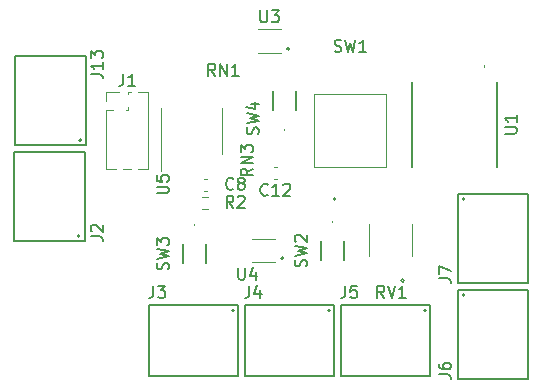
<source format=gbr>
%TF.GenerationSoftware,KiCad,Pcbnew,(6.0.11)*%
%TF.CreationDate,2024-05-16T18:38:15+09:00*%
%TF.ProjectId,active-marker-pcb,61637469-7665-42d6-9d61-726b65722d70,rev?*%
%TF.SameCoordinates,Original*%
%TF.FileFunction,Legend,Top*%
%TF.FilePolarity,Positive*%
%FSLAX46Y46*%
G04 Gerber Fmt 4.6, Leading zero omitted, Abs format (unit mm)*
G04 Created by KiCad (PCBNEW (6.0.11)) date 2024-05-16 18:38:15*
%MOMM*%
%LPD*%
G01*
G04 APERTURE LIST*
%ADD10C,0.150000*%
%ADD11C,0.127000*%
%ADD12C,0.200000*%
%ADD13C,0.100000*%
%ADD14C,0.120000*%
G04 APERTURE END LIST*
D10*
%TO.C,J3*%
X112441824Y-111718996D02*
X112441824Y-112435088D01*
X112394084Y-112578306D01*
X112298605Y-112673785D01*
X112155387Y-112721524D01*
X112059908Y-112721524D01*
X112823739Y-111718996D02*
X113444352Y-111718996D01*
X113110176Y-112100912D01*
X113253394Y-112100912D01*
X113348873Y-112148651D01*
X113396612Y-112196390D01*
X113444352Y-112291869D01*
X113444352Y-112530566D01*
X113396612Y-112626045D01*
X113348873Y-112673785D01*
X113253394Y-112721524D01*
X112966957Y-112721524D01*
X112871478Y-112673785D01*
X112823739Y-112626045D01*
%TO.C,J13*%
X107146996Y-93775570D02*
X107863088Y-93775570D01*
X108006306Y-93823309D01*
X108101785Y-93918788D01*
X108149524Y-94062006D01*
X108149524Y-94157485D01*
X108149524Y-92773042D02*
X108149524Y-93345915D01*
X108149524Y-93059478D02*
X107146996Y-93059478D01*
X107290214Y-93154957D01*
X107385693Y-93250436D01*
X107433433Y-93345915D01*
X107146996Y-92438866D02*
X107146996Y-91818253D01*
X107528912Y-92152429D01*
X107528912Y-92009211D01*
X107576651Y-91913732D01*
X107624390Y-91865993D01*
X107719869Y-91818253D01*
X107958566Y-91818253D01*
X108054045Y-91865993D01*
X108101785Y-91913732D01*
X108149524Y-92009211D01*
X108149524Y-92295648D01*
X108101785Y-92391126D01*
X108054045Y-92438866D01*
%TO.C,J2*%
X107146996Y-107522176D02*
X107863088Y-107522176D01*
X108006306Y-107569915D01*
X108101785Y-107665394D01*
X108149524Y-107808612D01*
X108149524Y-107904091D01*
X107242475Y-107092521D02*
X107194736Y-107044781D01*
X107146996Y-106949302D01*
X107146996Y-106710605D01*
X107194736Y-106615126D01*
X107242475Y-106567387D01*
X107337954Y-106519648D01*
X107433433Y-106519648D01*
X107576651Y-106567387D01*
X108149524Y-107140260D01*
X108149524Y-106519648D01*
%TO.C,J7*%
X136610996Y-111078176D02*
X137327088Y-111078176D01*
X137470306Y-111125915D01*
X137565785Y-111221394D01*
X137613524Y-111364612D01*
X137613524Y-111460091D01*
X136610996Y-110696260D02*
X136610996Y-110027908D01*
X137613524Y-110457563D01*
%TO.C,J5*%
X128697824Y-111718996D02*
X128697824Y-112435088D01*
X128650084Y-112578306D01*
X128554605Y-112673785D01*
X128411387Y-112721524D01*
X128315908Y-112721524D01*
X129652612Y-111718996D02*
X129175218Y-111718996D01*
X129127478Y-112196390D01*
X129175218Y-112148651D01*
X129270697Y-112100912D01*
X129509394Y-112100912D01*
X129604873Y-112148651D01*
X129652612Y-112196390D01*
X129700352Y-112291869D01*
X129700352Y-112530566D01*
X129652612Y-112626045D01*
X129604873Y-112673785D01*
X129509394Y-112721524D01*
X129270697Y-112721524D01*
X129175218Y-112673785D01*
X129127478Y-112626045D01*
%TO.C,J6*%
X136610996Y-119206176D02*
X137327088Y-119206176D01*
X137470306Y-119253915D01*
X137565785Y-119349394D01*
X137613524Y-119492612D01*
X137613524Y-119588091D01*
X136610996Y-118299126D02*
X136610996Y-118490084D01*
X136658736Y-118585563D01*
X136706475Y-118633302D01*
X136849693Y-118728781D01*
X137040651Y-118776521D01*
X137422566Y-118776521D01*
X137518045Y-118728781D01*
X137565785Y-118681042D01*
X137613524Y-118585563D01*
X137613524Y-118394605D01*
X137565785Y-118299126D01*
X137518045Y-118251387D01*
X137422566Y-118203648D01*
X137183869Y-118203648D01*
X137088390Y-118251387D01*
X137040651Y-118299126D01*
X136992912Y-118394605D01*
X136992912Y-118585563D01*
X137040651Y-118681042D01*
X137088390Y-118728781D01*
X137183869Y-118776521D01*
%TO.C,J4*%
X120569824Y-111718996D02*
X120569824Y-112435088D01*
X120522084Y-112578306D01*
X120426605Y-112673785D01*
X120283387Y-112721524D01*
X120187908Y-112721524D01*
X121476873Y-112053172D02*
X121476873Y-112721524D01*
X121238176Y-111671257D02*
X120999478Y-112387348D01*
X121620091Y-112387348D01*
%TO.C,SW2*%
X125372761Y-110069333D02*
X125420380Y-109926476D01*
X125420380Y-109688380D01*
X125372761Y-109593142D01*
X125325142Y-109545523D01*
X125229904Y-109497904D01*
X125134666Y-109497904D01*
X125039428Y-109545523D01*
X124991809Y-109593142D01*
X124944190Y-109688380D01*
X124896571Y-109878857D01*
X124848952Y-109974095D01*
X124801333Y-110021714D01*
X124706095Y-110069333D01*
X124610857Y-110069333D01*
X124515619Y-110021714D01*
X124468000Y-109974095D01*
X124420380Y-109878857D01*
X124420380Y-109640761D01*
X124468000Y-109497904D01*
X124420380Y-109164571D02*
X125420380Y-108926476D01*
X124706095Y-108736000D01*
X125420380Y-108545523D01*
X124420380Y-108307428D01*
X124515619Y-107974095D02*
X124468000Y-107926476D01*
X124420380Y-107831238D01*
X124420380Y-107593142D01*
X124468000Y-107497904D01*
X124515619Y-107450285D01*
X124610857Y-107402666D01*
X124706095Y-107402666D01*
X124848952Y-107450285D01*
X125420380Y-108021714D01*
X125420380Y-107402666D01*
%TO.C,C8*%
X119213333Y-103481142D02*
X119165714Y-103528761D01*
X119022857Y-103576380D01*
X118927619Y-103576380D01*
X118784761Y-103528761D01*
X118689523Y-103433523D01*
X118641904Y-103338285D01*
X118594285Y-103147809D01*
X118594285Y-103004952D01*
X118641904Y-102814476D01*
X118689523Y-102719238D01*
X118784761Y-102624000D01*
X118927619Y-102576380D01*
X119022857Y-102576380D01*
X119165714Y-102624000D01*
X119213333Y-102671619D01*
X119784761Y-103004952D02*
X119689523Y-102957333D01*
X119641904Y-102909714D01*
X119594285Y-102814476D01*
X119594285Y-102766857D01*
X119641904Y-102671619D01*
X119689523Y-102624000D01*
X119784761Y-102576380D01*
X119975238Y-102576380D01*
X120070476Y-102624000D01*
X120118095Y-102671619D01*
X120165714Y-102766857D01*
X120165714Y-102814476D01*
X120118095Y-102909714D01*
X120070476Y-102957333D01*
X119975238Y-103004952D01*
X119784761Y-103004952D01*
X119689523Y-103052571D01*
X119641904Y-103100190D01*
X119594285Y-103195428D01*
X119594285Y-103385904D01*
X119641904Y-103481142D01*
X119689523Y-103528761D01*
X119784761Y-103576380D01*
X119975238Y-103576380D01*
X120070476Y-103528761D01*
X120118095Y-103481142D01*
X120165714Y-103385904D01*
X120165714Y-103195428D01*
X120118095Y-103100190D01*
X120070476Y-103052571D01*
X119975238Y-103004952D01*
%TO.C,RN3*%
X120848380Y-101782476D02*
X120372190Y-102115809D01*
X120848380Y-102353904D02*
X119848380Y-102353904D01*
X119848380Y-101972952D01*
X119896000Y-101877714D01*
X119943619Y-101830095D01*
X120038857Y-101782476D01*
X120181714Y-101782476D01*
X120276952Y-101830095D01*
X120324571Y-101877714D01*
X120372190Y-101972952D01*
X120372190Y-102353904D01*
X120848380Y-101353904D02*
X119848380Y-101353904D01*
X120848380Y-100782476D01*
X119848380Y-100782476D01*
X119848380Y-100401523D02*
X119848380Y-99782476D01*
X120229333Y-100115809D01*
X120229333Y-99972952D01*
X120276952Y-99877714D01*
X120324571Y-99830095D01*
X120419809Y-99782476D01*
X120657904Y-99782476D01*
X120753142Y-99830095D01*
X120800761Y-99877714D01*
X120848380Y-99972952D01*
X120848380Y-100258666D01*
X120800761Y-100353904D01*
X120753142Y-100401523D01*
%TO.C,J1*%
X109902666Y-93783380D02*
X109902666Y-94497666D01*
X109855047Y-94640523D01*
X109759809Y-94735761D01*
X109616952Y-94783380D01*
X109521714Y-94783380D01*
X110902666Y-94783380D02*
X110331238Y-94783380D01*
X110616952Y-94783380D02*
X110616952Y-93783380D01*
X110521714Y-93926238D01*
X110426476Y-94021476D01*
X110331238Y-94069095D01*
%TO.C,U3*%
X121500095Y-88396380D02*
X121500095Y-89205904D01*
X121547714Y-89301142D01*
X121595333Y-89348761D01*
X121690571Y-89396380D01*
X121881047Y-89396380D01*
X121976285Y-89348761D01*
X122023904Y-89301142D01*
X122071523Y-89205904D01*
X122071523Y-88396380D01*
X122452476Y-88396380D02*
X123071523Y-88396380D01*
X122738190Y-88777333D01*
X122881047Y-88777333D01*
X122976285Y-88824952D01*
X123023904Y-88872571D01*
X123071523Y-88967809D01*
X123071523Y-89205904D01*
X123023904Y-89301142D01*
X122976285Y-89348761D01*
X122881047Y-89396380D01*
X122595333Y-89396380D01*
X122500095Y-89348761D01*
X122452476Y-89301142D01*
%TO.C,U5*%
X112736380Y-103885904D02*
X113545904Y-103885904D01*
X113641142Y-103838285D01*
X113688761Y-103790666D01*
X113736380Y-103695428D01*
X113736380Y-103504952D01*
X113688761Y-103409714D01*
X113641142Y-103362095D01*
X113545904Y-103314476D01*
X112736380Y-103314476D01*
X112736380Y-102362095D02*
X112736380Y-102838285D01*
X113212571Y-102885904D01*
X113164952Y-102838285D01*
X113117333Y-102743047D01*
X113117333Y-102504952D01*
X113164952Y-102409714D01*
X113212571Y-102362095D01*
X113307809Y-102314476D01*
X113545904Y-102314476D01*
X113641142Y-102362095D01*
X113688761Y-102409714D01*
X113736380Y-102504952D01*
X113736380Y-102743047D01*
X113688761Y-102838285D01*
X113641142Y-102885904D01*
%TO.C,RN1*%
X117673523Y-93924380D02*
X117340190Y-93448190D01*
X117102095Y-93924380D02*
X117102095Y-92924380D01*
X117483047Y-92924380D01*
X117578285Y-92972000D01*
X117625904Y-93019619D01*
X117673523Y-93114857D01*
X117673523Y-93257714D01*
X117625904Y-93352952D01*
X117578285Y-93400571D01*
X117483047Y-93448190D01*
X117102095Y-93448190D01*
X118102095Y-93924380D02*
X118102095Y-92924380D01*
X118673523Y-93924380D01*
X118673523Y-92924380D01*
X119673523Y-93924380D02*
X119102095Y-93924380D01*
X119387809Y-93924380D02*
X119387809Y-92924380D01*
X119292571Y-93067238D01*
X119197333Y-93162476D01*
X119102095Y-93210095D01*
%TO.C,SW4*%
X121308761Y-98869333D02*
X121356380Y-98726476D01*
X121356380Y-98488380D01*
X121308761Y-98393142D01*
X121261142Y-98345523D01*
X121165904Y-98297904D01*
X121070666Y-98297904D01*
X120975428Y-98345523D01*
X120927809Y-98393142D01*
X120880190Y-98488380D01*
X120832571Y-98678857D01*
X120784952Y-98774095D01*
X120737333Y-98821714D01*
X120642095Y-98869333D01*
X120546857Y-98869333D01*
X120451619Y-98821714D01*
X120404000Y-98774095D01*
X120356380Y-98678857D01*
X120356380Y-98440761D01*
X120404000Y-98297904D01*
X120356380Y-97964571D02*
X121356380Y-97726476D01*
X120642095Y-97536000D01*
X121356380Y-97345523D01*
X120356380Y-97107428D01*
X120689714Y-96297904D02*
X121356380Y-96297904D01*
X120308761Y-96536000D02*
X121023047Y-96774095D01*
X121023047Y-96155047D01*
%TO.C,SW3*%
X113688761Y-110323333D02*
X113736380Y-110180476D01*
X113736380Y-109942380D01*
X113688761Y-109847142D01*
X113641142Y-109799523D01*
X113545904Y-109751904D01*
X113450666Y-109751904D01*
X113355428Y-109799523D01*
X113307809Y-109847142D01*
X113260190Y-109942380D01*
X113212571Y-110132857D01*
X113164952Y-110228095D01*
X113117333Y-110275714D01*
X113022095Y-110323333D01*
X112926857Y-110323333D01*
X112831619Y-110275714D01*
X112784000Y-110228095D01*
X112736380Y-110132857D01*
X112736380Y-109894761D01*
X112784000Y-109751904D01*
X112736380Y-109418571D02*
X113736380Y-109180476D01*
X113022095Y-108990000D01*
X113736380Y-108799523D01*
X112736380Y-108561428D01*
X112736380Y-108275714D02*
X112736380Y-107656666D01*
X113117333Y-107990000D01*
X113117333Y-107847142D01*
X113164952Y-107751904D01*
X113212571Y-107704285D01*
X113307809Y-107656666D01*
X113545904Y-107656666D01*
X113641142Y-107704285D01*
X113688761Y-107751904D01*
X113736380Y-107847142D01*
X113736380Y-108132857D01*
X113688761Y-108228095D01*
X113641142Y-108275714D01*
%TO.C,C12*%
X122127142Y-103989142D02*
X122079523Y-104036761D01*
X121936666Y-104084380D01*
X121841428Y-104084380D01*
X121698571Y-104036761D01*
X121603333Y-103941523D01*
X121555714Y-103846285D01*
X121508095Y-103655809D01*
X121508095Y-103512952D01*
X121555714Y-103322476D01*
X121603333Y-103227238D01*
X121698571Y-103132000D01*
X121841428Y-103084380D01*
X121936666Y-103084380D01*
X122079523Y-103132000D01*
X122127142Y-103179619D01*
X123079523Y-104084380D02*
X122508095Y-104084380D01*
X122793809Y-104084380D02*
X122793809Y-103084380D01*
X122698571Y-103227238D01*
X122603333Y-103322476D01*
X122508095Y-103370095D01*
X123460476Y-103179619D02*
X123508095Y-103132000D01*
X123603333Y-103084380D01*
X123841428Y-103084380D01*
X123936666Y-103132000D01*
X123984285Y-103179619D01*
X124031904Y-103274857D01*
X124031904Y-103370095D01*
X123984285Y-103512952D01*
X123412857Y-104084380D01*
X124031904Y-104084380D01*
%TO.C,U4*%
X119634095Y-110196380D02*
X119634095Y-111005904D01*
X119681714Y-111101142D01*
X119729333Y-111148761D01*
X119824571Y-111196380D01*
X120015047Y-111196380D01*
X120110285Y-111148761D01*
X120157904Y-111101142D01*
X120205523Y-111005904D01*
X120205523Y-110196380D01*
X121110285Y-110529714D02*
X121110285Y-111196380D01*
X120872190Y-110148761D02*
X120634095Y-110863047D01*
X121253142Y-110863047D01*
%TO.C,SW1*%
X127786666Y-91844761D02*
X127929523Y-91892380D01*
X128167619Y-91892380D01*
X128262857Y-91844761D01*
X128310476Y-91797142D01*
X128358095Y-91701904D01*
X128358095Y-91606666D01*
X128310476Y-91511428D01*
X128262857Y-91463809D01*
X128167619Y-91416190D01*
X127977142Y-91368571D01*
X127881904Y-91320952D01*
X127834285Y-91273333D01*
X127786666Y-91178095D01*
X127786666Y-91082857D01*
X127834285Y-90987619D01*
X127881904Y-90940000D01*
X127977142Y-90892380D01*
X128215238Y-90892380D01*
X128358095Y-90940000D01*
X128691428Y-90892380D02*
X128929523Y-91892380D01*
X129120000Y-91178095D01*
X129310476Y-91892380D01*
X129548571Y-90892380D01*
X130453333Y-91892380D02*
X129881904Y-91892380D01*
X130167619Y-91892380D02*
X130167619Y-90892380D01*
X130072380Y-91035238D01*
X129977142Y-91130476D01*
X129881904Y-91178095D01*
%TO.C,R2*%
X119213333Y-105100380D02*
X118880000Y-104624190D01*
X118641904Y-105100380D02*
X118641904Y-104100380D01*
X119022857Y-104100380D01*
X119118095Y-104148000D01*
X119165714Y-104195619D01*
X119213333Y-104290857D01*
X119213333Y-104433714D01*
X119165714Y-104528952D01*
X119118095Y-104576571D01*
X119022857Y-104624190D01*
X118641904Y-104624190D01*
X119594285Y-104195619D02*
X119641904Y-104148000D01*
X119737142Y-104100380D01*
X119975238Y-104100380D01*
X120070476Y-104148000D01*
X120118095Y-104195619D01*
X120165714Y-104290857D01*
X120165714Y-104386095D01*
X120118095Y-104528952D01*
X119546666Y-105100380D01*
X120165714Y-105100380D01*
%TO.C,U1*%
X142200380Y-98829904D02*
X143009904Y-98829904D01*
X143105142Y-98782285D01*
X143152761Y-98734666D01*
X143200380Y-98639428D01*
X143200380Y-98448952D01*
X143152761Y-98353714D01*
X143105142Y-98306095D01*
X143009904Y-98258476D01*
X142200380Y-98258476D01*
X143200380Y-97258476D02*
X143200380Y-97829904D01*
X143200380Y-97544190D02*
X142200380Y-97544190D01*
X142343238Y-97639428D01*
X142438476Y-97734666D01*
X142486095Y-97829904D01*
%TO.C,RV1*%
X131992761Y-112720380D02*
X131659428Y-112244190D01*
X131421333Y-112720380D02*
X131421333Y-111720380D01*
X131802285Y-111720380D01*
X131897523Y-111768000D01*
X131945142Y-111815619D01*
X131992761Y-111910857D01*
X131992761Y-112053714D01*
X131945142Y-112148952D01*
X131897523Y-112196571D01*
X131802285Y-112244190D01*
X131421333Y-112244190D01*
X132278476Y-111720380D02*
X132611809Y-112720380D01*
X132945142Y-111720380D01*
X133802285Y-112720380D02*
X133230857Y-112720380D01*
X133516571Y-112720380D02*
X133516571Y-111720380D01*
X133421333Y-111863238D01*
X133326095Y-111958476D01*
X133230857Y-112006095D01*
D11*
%TO.C,J3*%
X112074000Y-113307000D02*
X119574000Y-113307000D01*
X112074000Y-119307000D02*
X112074000Y-113307000D01*
X119574000Y-113307000D02*
X119574000Y-119307000D01*
X119574000Y-119307000D02*
X112074000Y-119307000D01*
D12*
X119274000Y-113807000D02*
G75*
G03*
X119274000Y-113807000I-100000J0D01*
G01*
D11*
%TO.C,J13*%
X106745000Y-92286000D02*
X106745000Y-99786000D01*
X100745000Y-92286000D02*
X106745000Y-92286000D01*
X106745000Y-99786000D02*
X100745000Y-99786000D01*
X100745000Y-99786000D02*
X100745000Y-92286000D01*
D12*
X106345000Y-99386000D02*
G75*
G03*
X106345000Y-99386000I-100000J0D01*
G01*
D11*
%TO.C,J2*%
X106617000Y-100382000D02*
X106617000Y-107882000D01*
X100617000Y-100382000D02*
X106617000Y-100382000D01*
X106617000Y-107882000D02*
X100617000Y-107882000D01*
X100617000Y-107882000D02*
X100617000Y-100382000D01*
D12*
X106217000Y-107482000D02*
G75*
G03*
X106217000Y-107482000I-100000J0D01*
G01*
D11*
%TO.C,J7*%
X138199000Y-111446000D02*
X138199000Y-103946000D01*
X144199000Y-111446000D02*
X138199000Y-111446000D01*
X138199000Y-103946000D02*
X144199000Y-103946000D01*
X144199000Y-103946000D02*
X144199000Y-111446000D01*
D12*
X138799000Y-104346000D02*
G75*
G03*
X138799000Y-104346000I-100000J0D01*
G01*
D11*
%TO.C,J5*%
X128330000Y-113307000D02*
X135830000Y-113307000D01*
X128330000Y-119307000D02*
X128330000Y-113307000D01*
X135830000Y-113307000D02*
X135830000Y-119307000D01*
X135830000Y-119307000D02*
X128330000Y-119307000D01*
D12*
X135530000Y-113807000D02*
G75*
G03*
X135530000Y-113807000I-100000J0D01*
G01*
D11*
%TO.C,J6*%
X138199000Y-119574000D02*
X138199000Y-112074000D01*
X144199000Y-119574000D02*
X138199000Y-119574000D01*
X138199000Y-112074000D02*
X144199000Y-112074000D01*
X144199000Y-112074000D02*
X144199000Y-119574000D01*
D12*
X138799000Y-112474000D02*
G75*
G03*
X138799000Y-112474000I-100000J0D01*
G01*
D11*
%TO.C,J4*%
X120202000Y-113307000D02*
X127702000Y-113307000D01*
X120202000Y-119307000D02*
X120202000Y-113307000D01*
X127702000Y-113307000D02*
X127702000Y-119307000D01*
X127702000Y-119307000D02*
X120202000Y-119307000D01*
D12*
X127402000Y-113807000D02*
G75*
G03*
X127402000Y-113807000I-100000J0D01*
G01*
D13*
%TO.C,SW2*%
X127596000Y-106236000D02*
X127596000Y-106236000D01*
X127596000Y-106336000D02*
X127596000Y-106336000D01*
D12*
X128596000Y-107936000D02*
X128596000Y-109536000D01*
X126596000Y-107936000D02*
X126596000Y-109536000D01*
D13*
X127596000Y-106336000D02*
G75*
G03*
X127596000Y-106236000I0J50000D01*
G01*
X127596000Y-106236000D02*
G75*
G03*
X127596000Y-106336000I0J-50000D01*
G01*
D14*
%TO.C,C8*%
X116693733Y-102638000D02*
X116986267Y-102638000D01*
X116693733Y-103658000D02*
X116986267Y-103658000D01*
%TO.C,J1*%
X110125471Y-96786000D02*
X110268529Y-96786000D01*
X108432000Y-96786000D02*
X108998529Y-96786000D01*
X111962000Y-95331000D02*
X111962000Y-101801000D01*
X111139530Y-95331000D02*
X111962000Y-95331000D01*
X108432000Y-96026000D02*
X108432000Y-95266000D01*
X109869530Y-101801000D02*
X110524470Y-101801000D01*
X108432000Y-95266000D02*
X109562000Y-95266000D01*
X110322000Y-95331000D02*
X110524470Y-95331000D01*
X108432000Y-96786000D02*
X108432000Y-101801000D01*
X108432000Y-101801000D02*
X109254470Y-101801000D01*
X110322000Y-96732529D02*
X110322000Y-96589471D01*
X111139530Y-101801000D02*
X111962000Y-101801000D01*
X110322000Y-95462529D02*
X110322000Y-95331000D01*
D13*
%TO.C,U3*%
X123262000Y-90000000D02*
X121262000Y-90000000D01*
D12*
X123762000Y-91650000D02*
X123762000Y-91650000D01*
D13*
X123262000Y-92000000D02*
X121262000Y-92000000D01*
D12*
X123962000Y-91650000D02*
X123962000Y-91650000D01*
X123962000Y-91650000D02*
G75*
G03*
X123762000Y-91650000I-100000J0D01*
G01*
X123762000Y-91650000D02*
G75*
G03*
X123962000Y-91650000I100000J0D01*
G01*
D14*
%TO.C,U5*%
X118218000Y-98576000D02*
X118218000Y-100526000D01*
X113098000Y-98576000D02*
X113098000Y-96626000D01*
X113098000Y-98576000D02*
X113098000Y-102026000D01*
X118218000Y-98576000D02*
X118218000Y-96626000D01*
D12*
%TO.C,SW4*%
X122532000Y-96836000D02*
X122532000Y-95236000D01*
X124532000Y-96836000D02*
X124532000Y-95236000D01*
D13*
X123532000Y-98436000D02*
X123532000Y-98436000D01*
X123532000Y-98536000D02*
X123532000Y-98536000D01*
X123532000Y-98536000D02*
G75*
G03*
X123532000Y-98436000I0J50000D01*
G01*
X123532000Y-98436000D02*
G75*
G03*
X123532000Y-98536000I0J-50000D01*
G01*
D12*
%TO.C,SW3*%
X114912000Y-108190000D02*
X114912000Y-109790000D01*
D13*
X115912000Y-106490000D02*
X115912000Y-106490000D01*
X115912000Y-106590000D02*
X115912000Y-106590000D01*
D12*
X116912000Y-108190000D02*
X116912000Y-109790000D01*
D13*
X115912000Y-106590000D02*
G75*
G03*
X115912000Y-106490000I0J50000D01*
G01*
X115912000Y-106490000D02*
G75*
G03*
X115912000Y-106590000I0J-50000D01*
G01*
D14*
%TO.C,C12*%
X122916267Y-101622000D02*
X122623733Y-101622000D01*
X122916267Y-102642000D02*
X122623733Y-102642000D01*
D12*
%TO.C,U4*%
X123454000Y-109386000D02*
X123454000Y-109386000D01*
D13*
X122754000Y-109736000D02*
X120754000Y-109736000D01*
X122754000Y-107736000D02*
X120754000Y-107736000D01*
D12*
X123254000Y-109386000D02*
X123254000Y-109386000D01*
X123454000Y-109386000D02*
G75*
G03*
X123254000Y-109386000I-100000J0D01*
G01*
X123254000Y-109386000D02*
G75*
G03*
X123454000Y-109386000I100000J0D01*
G01*
%TO.C,SW1*%
X127720000Y-104376000D02*
X127720000Y-104376000D01*
D13*
X132160000Y-101676000D02*
X126080000Y-101676000D01*
X132160000Y-95476000D02*
X132160000Y-101676000D01*
X126080000Y-95476000D02*
X132160000Y-95476000D01*
D12*
X127850000Y-104376000D02*
X127850000Y-104376000D01*
D13*
X126080000Y-101676000D02*
X126080000Y-95476000D01*
D12*
X127720000Y-104376000D02*
X127720000Y-104376000D01*
X127850000Y-104376000D02*
G75*
G03*
X127720000Y-104376000I-65000J0D01*
G01*
X127720000Y-104376000D02*
G75*
G03*
X127850000Y-104376000I65000J0D01*
G01*
X127720000Y-104376000D02*
G75*
G03*
X127850000Y-104376000I65000J0D01*
G01*
D14*
%TO.C,R2*%
X117094724Y-105194500D02*
X116585276Y-105194500D01*
X117094724Y-104149500D02*
X116585276Y-104149500D01*
D12*
%TO.C,U1*%
X141522000Y-94468000D02*
X141522000Y-101668000D01*
D13*
X140462000Y-93068000D02*
X140462000Y-93068000D01*
D12*
X134322000Y-94468000D02*
X134322000Y-101668000D01*
D13*
X140462000Y-93168000D02*
X140462000Y-93168000D01*
X140462000Y-93168000D02*
G75*
G03*
X140462000Y-93068000I0J50000D01*
G01*
X140462000Y-93068000D02*
G75*
G03*
X140462000Y-93168000I0J-50000D01*
G01*
D12*
%TO.C,RV1*%
X133542000Y-111162000D02*
X133542000Y-111162000D01*
X133542000Y-111362000D02*
X133542000Y-111362000D01*
D13*
X130742000Y-106462000D02*
X130742000Y-109162000D01*
X134342000Y-106512000D02*
X134342000Y-109162000D01*
D12*
X133542000Y-111362000D02*
G75*
G03*
X133542000Y-111162000I0J100000D01*
G01*
X133542000Y-111162000D02*
G75*
G03*
X133542000Y-111362000I0J-100000D01*
G01*
%TD*%
M02*

</source>
